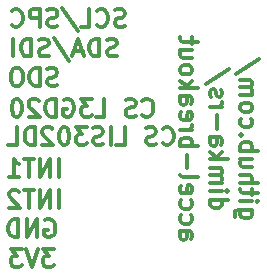
<source format=gbo>
G04 #@! TF.GenerationSoftware,KiCad,Pcbnew,5.0.0-rc1-44a33f2~62~ubuntu16.04.1*
G04 #@! TF.CreationDate,2018-04-05T21:06:55+03:00*
G04 #@! TF.ProjectId,accel-breakout,616363656C2D627265616B6F75742E6B,rev?*
G04 #@! TF.SameCoordinates,Original*
G04 #@! TF.FileFunction,Legend,Bot*
G04 #@! TF.FilePolarity,Positive*
%FSLAX46Y46*%
G04 Gerber Fmt 4.6, Leading zero omitted, Abs format (unit mm)*
G04 Created by KiCad (PCBNEW 5.0.0-rc1-44a33f2~62~ubuntu16.04.1) date Thu Apr  5 21:06:55 2018*
%MOMM*%
%LPD*%
G01*
G04 APERTURE LIST*
%ADD10C,0.300000*%
G04 APERTURE END LIST*
D10*
X134657142Y-100278571D02*
X133728571Y-100278571D01*
X134228571Y-100850000D01*
X134014285Y-100850000D01*
X133871428Y-100921428D01*
X133800000Y-100992857D01*
X133728571Y-101135714D01*
X133728571Y-101492857D01*
X133800000Y-101635714D01*
X133871428Y-101707142D01*
X134014285Y-101778571D01*
X134442857Y-101778571D01*
X134585714Y-101707142D01*
X134657142Y-101635714D01*
X133300000Y-100278571D02*
X132800000Y-101778571D01*
X132300000Y-100278571D01*
X131942857Y-100278571D02*
X131014285Y-100278571D01*
X131514285Y-100850000D01*
X131300000Y-100850000D01*
X131157142Y-100921428D01*
X131085714Y-100992857D01*
X131014285Y-101135714D01*
X131014285Y-101492857D01*
X131085714Y-101635714D01*
X131157142Y-101707142D01*
X131300000Y-101778571D01*
X131728571Y-101778571D01*
X131871428Y-101707142D01*
X131942857Y-101635714D01*
X133942857Y-97850000D02*
X134085714Y-97778571D01*
X134300000Y-97778571D01*
X134514285Y-97850000D01*
X134657142Y-97992857D01*
X134728571Y-98135714D01*
X134800000Y-98421428D01*
X134800000Y-98635714D01*
X134728571Y-98921428D01*
X134657142Y-99064285D01*
X134514285Y-99207142D01*
X134300000Y-99278571D01*
X134157142Y-99278571D01*
X133942857Y-99207142D01*
X133871428Y-99135714D01*
X133871428Y-98635714D01*
X134157142Y-98635714D01*
X133228571Y-99278571D02*
X133228571Y-97778571D01*
X132371428Y-99278571D01*
X132371428Y-97778571D01*
X131657142Y-99278571D02*
X131657142Y-97778571D01*
X131300000Y-97778571D01*
X131085714Y-97850000D01*
X130942857Y-97992857D01*
X130871428Y-98135714D01*
X130800000Y-98421428D01*
X130800000Y-98635714D01*
X130871428Y-98921428D01*
X130942857Y-99064285D01*
X131085714Y-99207142D01*
X131300000Y-99278571D01*
X131657142Y-99278571D01*
X135071428Y-96778571D02*
X135071428Y-95278571D01*
X134357142Y-96778571D02*
X134357142Y-95278571D01*
X133500000Y-96778571D01*
X133500000Y-95278571D01*
X133000000Y-95278571D02*
X132142857Y-95278571D01*
X132571428Y-96778571D02*
X132571428Y-95278571D01*
X131714285Y-95421428D02*
X131642857Y-95350000D01*
X131500000Y-95278571D01*
X131142857Y-95278571D01*
X131000000Y-95350000D01*
X130928571Y-95421428D01*
X130857142Y-95564285D01*
X130857142Y-95707142D01*
X130928571Y-95921428D01*
X131785714Y-96778571D01*
X130857142Y-96778571D01*
X135071428Y-94178571D02*
X135071428Y-92678571D01*
X134357142Y-94178571D02*
X134357142Y-92678571D01*
X133500000Y-94178571D01*
X133500000Y-92678571D01*
X133000000Y-92678571D02*
X132142857Y-92678571D01*
X132571428Y-94178571D02*
X132571428Y-92678571D01*
X130857142Y-94178571D02*
X131714285Y-94178571D01*
X131285714Y-94178571D02*
X131285714Y-92678571D01*
X131428571Y-92892857D01*
X131571428Y-93035714D01*
X131714285Y-93107142D01*
X143900000Y-91335714D02*
X143971428Y-91407142D01*
X144185714Y-91478571D01*
X144328571Y-91478571D01*
X144542857Y-91407142D01*
X144685714Y-91264285D01*
X144757142Y-91121428D01*
X144828571Y-90835714D01*
X144828571Y-90621428D01*
X144757142Y-90335714D01*
X144685714Y-90192857D01*
X144542857Y-90050000D01*
X144328571Y-89978571D01*
X144185714Y-89978571D01*
X143971428Y-90050000D01*
X143900000Y-90121428D01*
X143328571Y-91407142D02*
X143114285Y-91478571D01*
X142757142Y-91478571D01*
X142614285Y-91407142D01*
X142542857Y-91335714D01*
X142471428Y-91192857D01*
X142471428Y-91050000D01*
X142542857Y-90907142D01*
X142614285Y-90835714D01*
X142757142Y-90764285D01*
X143042857Y-90692857D01*
X143185714Y-90621428D01*
X143257142Y-90550000D01*
X143328571Y-90407142D01*
X143328571Y-90264285D01*
X143257142Y-90121428D01*
X143185714Y-90050000D01*
X143042857Y-89978571D01*
X142685714Y-89978571D01*
X142471428Y-90050000D01*
X139971428Y-91478571D02*
X140685714Y-91478571D01*
X140685714Y-89978571D01*
X139471428Y-91478571D02*
X139471428Y-89978571D01*
X138828571Y-91407142D02*
X138614285Y-91478571D01*
X138257142Y-91478571D01*
X138114285Y-91407142D01*
X138042857Y-91335714D01*
X137971428Y-91192857D01*
X137971428Y-91050000D01*
X138042857Y-90907142D01*
X138114285Y-90835714D01*
X138257142Y-90764285D01*
X138542857Y-90692857D01*
X138685714Y-90621428D01*
X138757142Y-90550000D01*
X138828571Y-90407142D01*
X138828571Y-90264285D01*
X138757142Y-90121428D01*
X138685714Y-90050000D01*
X138542857Y-89978571D01*
X138185714Y-89978571D01*
X137971428Y-90050000D01*
X137471428Y-89978571D02*
X136542857Y-89978571D01*
X137042857Y-90550000D01*
X136828571Y-90550000D01*
X136685714Y-90621428D01*
X136614285Y-90692857D01*
X136542857Y-90835714D01*
X136542857Y-91192857D01*
X136614285Y-91335714D01*
X136685714Y-91407142D01*
X136828571Y-91478571D01*
X137257142Y-91478571D01*
X137400000Y-91407142D01*
X137471428Y-91335714D01*
X135614285Y-89978571D02*
X135471428Y-89978571D01*
X135328571Y-90050000D01*
X135257142Y-90121428D01*
X135185714Y-90264285D01*
X135114285Y-90550000D01*
X135114285Y-90907142D01*
X135185714Y-91192857D01*
X135257142Y-91335714D01*
X135328571Y-91407142D01*
X135471428Y-91478571D01*
X135614285Y-91478571D01*
X135757142Y-91407142D01*
X135828571Y-91335714D01*
X135900000Y-91192857D01*
X135971428Y-90907142D01*
X135971428Y-90550000D01*
X135900000Y-90264285D01*
X135828571Y-90121428D01*
X135757142Y-90050000D01*
X135614285Y-89978571D01*
X134542857Y-90121428D02*
X134471428Y-90050000D01*
X134328571Y-89978571D01*
X133971428Y-89978571D01*
X133828571Y-90050000D01*
X133757142Y-90121428D01*
X133685714Y-90264285D01*
X133685714Y-90407142D01*
X133757142Y-90621428D01*
X134614285Y-91478571D01*
X133685714Y-91478571D01*
X133042857Y-91478571D02*
X133042857Y-89978571D01*
X132685714Y-89978571D01*
X132471428Y-90050000D01*
X132328571Y-90192857D01*
X132257142Y-90335714D01*
X132185714Y-90621428D01*
X132185714Y-90835714D01*
X132257142Y-91121428D01*
X132328571Y-91264285D01*
X132471428Y-91407142D01*
X132685714Y-91478571D01*
X133042857Y-91478571D01*
X130828571Y-91478571D02*
X131542857Y-91478571D01*
X131542857Y-89978571D01*
X142171428Y-88935714D02*
X142242857Y-89007142D01*
X142457142Y-89078571D01*
X142600000Y-89078571D01*
X142814285Y-89007142D01*
X142957142Y-88864285D01*
X143028571Y-88721428D01*
X143100000Y-88435714D01*
X143100000Y-88221428D01*
X143028571Y-87935714D01*
X142957142Y-87792857D01*
X142814285Y-87650000D01*
X142600000Y-87578571D01*
X142457142Y-87578571D01*
X142242857Y-87650000D01*
X142171428Y-87721428D01*
X141600000Y-89007142D02*
X141385714Y-89078571D01*
X141028571Y-89078571D01*
X140885714Y-89007142D01*
X140814285Y-88935714D01*
X140742857Y-88792857D01*
X140742857Y-88650000D01*
X140814285Y-88507142D01*
X140885714Y-88435714D01*
X141028571Y-88364285D01*
X141314285Y-88292857D01*
X141457142Y-88221428D01*
X141528571Y-88150000D01*
X141600000Y-88007142D01*
X141600000Y-87864285D01*
X141528571Y-87721428D01*
X141457142Y-87650000D01*
X141314285Y-87578571D01*
X140957142Y-87578571D01*
X140742857Y-87650000D01*
X138242857Y-89078571D02*
X138957142Y-89078571D01*
X138957142Y-87578571D01*
X137885714Y-87578571D02*
X136957142Y-87578571D01*
X137457142Y-88150000D01*
X137242857Y-88150000D01*
X137100000Y-88221428D01*
X137028571Y-88292857D01*
X136957142Y-88435714D01*
X136957142Y-88792857D01*
X137028571Y-88935714D01*
X137100000Y-89007142D01*
X137242857Y-89078571D01*
X137671428Y-89078571D01*
X137814285Y-89007142D01*
X137885714Y-88935714D01*
X135528571Y-87650000D02*
X135671428Y-87578571D01*
X135885714Y-87578571D01*
X136100000Y-87650000D01*
X136242857Y-87792857D01*
X136314285Y-87935714D01*
X136385714Y-88221428D01*
X136385714Y-88435714D01*
X136314285Y-88721428D01*
X136242857Y-88864285D01*
X136100000Y-89007142D01*
X135885714Y-89078571D01*
X135742857Y-89078571D01*
X135528571Y-89007142D01*
X135457142Y-88935714D01*
X135457142Y-88435714D01*
X135742857Y-88435714D01*
X134814285Y-89078571D02*
X134814285Y-87578571D01*
X134457142Y-87578571D01*
X134242857Y-87650000D01*
X134100000Y-87792857D01*
X134028571Y-87935714D01*
X133957142Y-88221428D01*
X133957142Y-88435714D01*
X134028571Y-88721428D01*
X134100000Y-88864285D01*
X134242857Y-89007142D01*
X134457142Y-89078571D01*
X134814285Y-89078571D01*
X133385714Y-87721428D02*
X133314285Y-87650000D01*
X133171428Y-87578571D01*
X132814285Y-87578571D01*
X132671428Y-87650000D01*
X132600000Y-87721428D01*
X132528571Y-87864285D01*
X132528571Y-88007142D01*
X132600000Y-88221428D01*
X133457142Y-89078571D01*
X132528571Y-89078571D01*
X131600000Y-87578571D02*
X131457142Y-87578571D01*
X131314285Y-87650000D01*
X131242857Y-87721428D01*
X131171428Y-87864285D01*
X131100000Y-88150000D01*
X131100000Y-88507142D01*
X131171428Y-88792857D01*
X131242857Y-88935714D01*
X131314285Y-89007142D01*
X131457142Y-89078571D01*
X131600000Y-89078571D01*
X131742857Y-89007142D01*
X131814285Y-88935714D01*
X131885714Y-88792857D01*
X131957142Y-88507142D01*
X131957142Y-88150000D01*
X131885714Y-87864285D01*
X131814285Y-87721428D01*
X131742857Y-87650000D01*
X131600000Y-87578571D01*
X134964285Y-86407142D02*
X134750000Y-86478571D01*
X134392857Y-86478571D01*
X134250000Y-86407142D01*
X134178571Y-86335714D01*
X134107142Y-86192857D01*
X134107142Y-86050000D01*
X134178571Y-85907142D01*
X134250000Y-85835714D01*
X134392857Y-85764285D01*
X134678571Y-85692857D01*
X134821428Y-85621428D01*
X134892857Y-85550000D01*
X134964285Y-85407142D01*
X134964285Y-85264285D01*
X134892857Y-85121428D01*
X134821428Y-85050000D01*
X134678571Y-84978571D01*
X134321428Y-84978571D01*
X134107142Y-85050000D01*
X133464285Y-86478571D02*
X133464285Y-84978571D01*
X133107142Y-84978571D01*
X132892857Y-85050000D01*
X132750000Y-85192857D01*
X132678571Y-85335714D01*
X132607142Y-85621428D01*
X132607142Y-85835714D01*
X132678571Y-86121428D01*
X132750000Y-86264285D01*
X132892857Y-86407142D01*
X133107142Y-86478571D01*
X133464285Y-86478571D01*
X131678571Y-84978571D02*
X131392857Y-84978571D01*
X131250000Y-85050000D01*
X131107142Y-85192857D01*
X131035714Y-85478571D01*
X131035714Y-85978571D01*
X131107142Y-86264285D01*
X131250000Y-86407142D01*
X131392857Y-86478571D01*
X131678571Y-86478571D01*
X131821428Y-86407142D01*
X131964285Y-86264285D01*
X132035714Y-85978571D01*
X132035714Y-85478571D01*
X131964285Y-85192857D01*
X131821428Y-85050000D01*
X131678571Y-84978571D01*
X140028571Y-83907142D02*
X139814285Y-83978571D01*
X139457142Y-83978571D01*
X139314285Y-83907142D01*
X139242857Y-83835714D01*
X139171428Y-83692857D01*
X139171428Y-83550000D01*
X139242857Y-83407142D01*
X139314285Y-83335714D01*
X139457142Y-83264285D01*
X139742857Y-83192857D01*
X139885714Y-83121428D01*
X139957142Y-83050000D01*
X140028571Y-82907142D01*
X140028571Y-82764285D01*
X139957142Y-82621428D01*
X139885714Y-82550000D01*
X139742857Y-82478571D01*
X139385714Y-82478571D01*
X139171428Y-82550000D01*
X138528571Y-83978571D02*
X138528571Y-82478571D01*
X138171428Y-82478571D01*
X137957142Y-82550000D01*
X137814285Y-82692857D01*
X137742857Y-82835714D01*
X137671428Y-83121428D01*
X137671428Y-83335714D01*
X137742857Y-83621428D01*
X137814285Y-83764285D01*
X137957142Y-83907142D01*
X138171428Y-83978571D01*
X138528571Y-83978571D01*
X137100000Y-83550000D02*
X136385714Y-83550000D01*
X137242857Y-83978571D02*
X136742857Y-82478571D01*
X136242857Y-83978571D01*
X134671428Y-82407142D02*
X135957142Y-84335714D01*
X134242857Y-83907142D02*
X134028571Y-83978571D01*
X133671428Y-83978571D01*
X133528571Y-83907142D01*
X133457142Y-83835714D01*
X133385714Y-83692857D01*
X133385714Y-83550000D01*
X133457142Y-83407142D01*
X133528571Y-83335714D01*
X133671428Y-83264285D01*
X133957142Y-83192857D01*
X134100000Y-83121428D01*
X134171428Y-83050000D01*
X134242857Y-82907142D01*
X134242857Y-82764285D01*
X134171428Y-82621428D01*
X134100000Y-82550000D01*
X133957142Y-82478571D01*
X133600000Y-82478571D01*
X133385714Y-82550000D01*
X132742857Y-83978571D02*
X132742857Y-82478571D01*
X132385714Y-82478571D01*
X132171428Y-82550000D01*
X132028571Y-82692857D01*
X131957142Y-82835714D01*
X131885714Y-83121428D01*
X131885714Y-83335714D01*
X131957142Y-83621428D01*
X132028571Y-83764285D01*
X132171428Y-83907142D01*
X132385714Y-83978571D01*
X132742857Y-83978571D01*
X131242857Y-83978571D02*
X131242857Y-82478571D01*
X140685714Y-81407142D02*
X140471428Y-81478571D01*
X140114285Y-81478571D01*
X139971428Y-81407142D01*
X139900000Y-81335714D01*
X139828571Y-81192857D01*
X139828571Y-81050000D01*
X139900000Y-80907142D01*
X139971428Y-80835714D01*
X140114285Y-80764285D01*
X140400000Y-80692857D01*
X140542857Y-80621428D01*
X140614285Y-80550000D01*
X140685714Y-80407142D01*
X140685714Y-80264285D01*
X140614285Y-80121428D01*
X140542857Y-80050000D01*
X140400000Y-79978571D01*
X140042857Y-79978571D01*
X139828571Y-80050000D01*
X138328571Y-81335714D02*
X138400000Y-81407142D01*
X138614285Y-81478571D01*
X138757142Y-81478571D01*
X138971428Y-81407142D01*
X139114285Y-81264285D01*
X139185714Y-81121428D01*
X139257142Y-80835714D01*
X139257142Y-80621428D01*
X139185714Y-80335714D01*
X139114285Y-80192857D01*
X138971428Y-80050000D01*
X138757142Y-79978571D01*
X138614285Y-79978571D01*
X138400000Y-80050000D01*
X138328571Y-80121428D01*
X136971428Y-81478571D02*
X137685714Y-81478571D01*
X137685714Y-79978571D01*
X135400000Y-79907142D02*
X136685714Y-81835714D01*
X134971428Y-81407142D02*
X134757142Y-81478571D01*
X134400000Y-81478571D01*
X134257142Y-81407142D01*
X134185714Y-81335714D01*
X134114285Y-81192857D01*
X134114285Y-81050000D01*
X134185714Y-80907142D01*
X134257142Y-80835714D01*
X134400000Y-80764285D01*
X134685714Y-80692857D01*
X134828571Y-80621428D01*
X134900000Y-80550000D01*
X134971428Y-80407142D01*
X134971428Y-80264285D01*
X134900000Y-80121428D01*
X134828571Y-80050000D01*
X134685714Y-79978571D01*
X134328571Y-79978571D01*
X134114285Y-80050000D01*
X133471428Y-81478571D02*
X133471428Y-79978571D01*
X132900000Y-79978571D01*
X132757142Y-80050000D01*
X132685714Y-80121428D01*
X132614285Y-80264285D01*
X132614285Y-80478571D01*
X132685714Y-80621428D01*
X132757142Y-80692857D01*
X132900000Y-80764285D01*
X133471428Y-80764285D01*
X131114285Y-81335714D02*
X131185714Y-81407142D01*
X131400000Y-81478571D01*
X131542857Y-81478571D01*
X131757142Y-81407142D01*
X131900000Y-81264285D01*
X131971428Y-81121428D01*
X132042857Y-80835714D01*
X132042857Y-80621428D01*
X131971428Y-80335714D01*
X131900000Y-80192857D01*
X131757142Y-80050000D01*
X131542857Y-79978571D01*
X131400000Y-79978571D01*
X131185714Y-80050000D01*
X131114285Y-80121428D01*
X151471428Y-96964285D02*
X150257142Y-96964285D01*
X150114285Y-97035714D01*
X150042857Y-97107142D01*
X149971428Y-97250000D01*
X149971428Y-97464285D01*
X150042857Y-97607142D01*
X150542857Y-96964285D02*
X150471428Y-97107142D01*
X150471428Y-97392857D01*
X150542857Y-97535714D01*
X150614285Y-97607142D01*
X150757142Y-97678571D01*
X151185714Y-97678571D01*
X151328571Y-97607142D01*
X151400000Y-97535714D01*
X151471428Y-97392857D01*
X151471428Y-97107142D01*
X151400000Y-96964285D01*
X150471428Y-96250000D02*
X151471428Y-96250000D01*
X151971428Y-96250000D02*
X151900000Y-96321428D01*
X151828571Y-96250000D01*
X151900000Y-96178571D01*
X151971428Y-96250000D01*
X151828571Y-96250000D01*
X151471428Y-95750000D02*
X151471428Y-95178571D01*
X151971428Y-95535714D02*
X150685714Y-95535714D01*
X150542857Y-95464285D01*
X150471428Y-95321428D01*
X150471428Y-95178571D01*
X150471428Y-94678571D02*
X151971428Y-94678571D01*
X150471428Y-94035714D02*
X151257142Y-94035714D01*
X151400000Y-94107142D01*
X151471428Y-94250000D01*
X151471428Y-94464285D01*
X151400000Y-94607142D01*
X151328571Y-94678571D01*
X151471428Y-92678571D02*
X150471428Y-92678571D01*
X151471428Y-93321428D02*
X150685714Y-93321428D01*
X150542857Y-93250000D01*
X150471428Y-93107142D01*
X150471428Y-92892857D01*
X150542857Y-92750000D01*
X150614285Y-92678571D01*
X150471428Y-91964285D02*
X151971428Y-91964285D01*
X151400000Y-91964285D02*
X151471428Y-91821428D01*
X151471428Y-91535714D01*
X151400000Y-91392857D01*
X151328571Y-91321428D01*
X151185714Y-91250000D01*
X150757142Y-91250000D01*
X150614285Y-91321428D01*
X150542857Y-91392857D01*
X150471428Y-91535714D01*
X150471428Y-91821428D01*
X150542857Y-91964285D01*
X150614285Y-90607142D02*
X150542857Y-90535714D01*
X150471428Y-90607142D01*
X150542857Y-90678571D01*
X150614285Y-90607142D01*
X150471428Y-90607142D01*
X150542857Y-89250000D02*
X150471428Y-89392857D01*
X150471428Y-89678571D01*
X150542857Y-89821428D01*
X150614285Y-89892857D01*
X150757142Y-89964285D01*
X151185714Y-89964285D01*
X151328571Y-89892857D01*
X151400000Y-89821428D01*
X151471428Y-89678571D01*
X151471428Y-89392857D01*
X151400000Y-89250000D01*
X150471428Y-88392857D02*
X150542857Y-88535714D01*
X150614285Y-88607142D01*
X150757142Y-88678571D01*
X151185714Y-88678571D01*
X151328571Y-88607142D01*
X151400000Y-88535714D01*
X151471428Y-88392857D01*
X151471428Y-88178571D01*
X151400000Y-88035714D01*
X151328571Y-87964285D01*
X151185714Y-87892857D01*
X150757142Y-87892857D01*
X150614285Y-87964285D01*
X150542857Y-88035714D01*
X150471428Y-88178571D01*
X150471428Y-88392857D01*
X150471428Y-87250000D02*
X151471428Y-87250000D01*
X151328571Y-87250000D02*
X151400000Y-87178571D01*
X151471428Y-87035714D01*
X151471428Y-86821428D01*
X151400000Y-86678571D01*
X151257142Y-86607142D01*
X150471428Y-86607142D01*
X151257142Y-86607142D02*
X151400000Y-86535714D01*
X151471428Y-86392857D01*
X151471428Y-86178571D01*
X151400000Y-86035714D01*
X151257142Y-85964285D01*
X150471428Y-85964285D01*
X152042857Y-84178571D02*
X150114285Y-85464285D01*
X147921428Y-96107142D02*
X149421428Y-96107142D01*
X147992857Y-96107142D02*
X147921428Y-96250000D01*
X147921428Y-96535714D01*
X147992857Y-96678571D01*
X148064285Y-96750000D01*
X148207142Y-96821428D01*
X148635714Y-96821428D01*
X148778571Y-96750000D01*
X148850000Y-96678571D01*
X148921428Y-96535714D01*
X148921428Y-96250000D01*
X148850000Y-96107142D01*
X147921428Y-95392857D02*
X148921428Y-95392857D01*
X149421428Y-95392857D02*
X149350000Y-95464285D01*
X149278571Y-95392857D01*
X149350000Y-95321428D01*
X149421428Y-95392857D01*
X149278571Y-95392857D01*
X147921428Y-94678571D02*
X148921428Y-94678571D01*
X148778571Y-94678571D02*
X148850000Y-94607142D01*
X148921428Y-94464285D01*
X148921428Y-94250000D01*
X148850000Y-94107142D01*
X148707142Y-94035714D01*
X147921428Y-94035714D01*
X148707142Y-94035714D02*
X148850000Y-93964285D01*
X148921428Y-93821428D01*
X148921428Y-93607142D01*
X148850000Y-93464285D01*
X148707142Y-93392857D01*
X147921428Y-93392857D01*
X147921428Y-92678571D02*
X149421428Y-92678571D01*
X148492857Y-92535714D02*
X147921428Y-92107142D01*
X148921428Y-92107142D02*
X148350000Y-92678571D01*
X147921428Y-90821428D02*
X148707142Y-90821428D01*
X148850000Y-90892857D01*
X148921428Y-91035714D01*
X148921428Y-91321428D01*
X148850000Y-91464285D01*
X147992857Y-90821428D02*
X147921428Y-90964285D01*
X147921428Y-91321428D01*
X147992857Y-91464285D01*
X148135714Y-91535714D01*
X148278571Y-91535714D01*
X148421428Y-91464285D01*
X148492857Y-91321428D01*
X148492857Y-90964285D01*
X148564285Y-90821428D01*
X148492857Y-90107142D02*
X148492857Y-88964285D01*
X147921428Y-88250000D02*
X148921428Y-88250000D01*
X148635714Y-88250000D02*
X148778571Y-88178571D01*
X148850000Y-88107142D01*
X148921428Y-87964285D01*
X148921428Y-87821428D01*
X147992857Y-87392857D02*
X147921428Y-87250000D01*
X147921428Y-86964285D01*
X147992857Y-86821428D01*
X148135714Y-86750000D01*
X148207142Y-86750000D01*
X148350000Y-86821428D01*
X148421428Y-86964285D01*
X148421428Y-87178571D01*
X148492857Y-87321428D01*
X148635714Y-87392857D01*
X148707142Y-87392857D01*
X148850000Y-87321428D01*
X148921428Y-87178571D01*
X148921428Y-86964285D01*
X148850000Y-86821428D01*
X149492857Y-85035714D02*
X147564285Y-86321428D01*
X145371428Y-98785714D02*
X146157142Y-98785714D01*
X146300000Y-98857142D01*
X146371428Y-99000000D01*
X146371428Y-99285714D01*
X146300000Y-99428571D01*
X145442857Y-98785714D02*
X145371428Y-98928571D01*
X145371428Y-99285714D01*
X145442857Y-99428571D01*
X145585714Y-99500000D01*
X145728571Y-99500000D01*
X145871428Y-99428571D01*
X145942857Y-99285714D01*
X145942857Y-98928571D01*
X146014285Y-98785714D01*
X145442857Y-97428571D02*
X145371428Y-97571428D01*
X145371428Y-97857142D01*
X145442857Y-98000000D01*
X145514285Y-98071428D01*
X145657142Y-98142857D01*
X146085714Y-98142857D01*
X146228571Y-98071428D01*
X146300000Y-98000000D01*
X146371428Y-97857142D01*
X146371428Y-97571428D01*
X146300000Y-97428571D01*
X145442857Y-96142857D02*
X145371428Y-96285714D01*
X145371428Y-96571428D01*
X145442857Y-96714285D01*
X145514285Y-96785714D01*
X145657142Y-96857142D01*
X146085714Y-96857142D01*
X146228571Y-96785714D01*
X146300000Y-96714285D01*
X146371428Y-96571428D01*
X146371428Y-96285714D01*
X146300000Y-96142857D01*
X145442857Y-94928571D02*
X145371428Y-95071428D01*
X145371428Y-95357142D01*
X145442857Y-95500000D01*
X145585714Y-95571428D01*
X146157142Y-95571428D01*
X146300000Y-95500000D01*
X146371428Y-95357142D01*
X146371428Y-95071428D01*
X146300000Y-94928571D01*
X146157142Y-94857142D01*
X146014285Y-94857142D01*
X145871428Y-95571428D01*
X145371428Y-94000000D02*
X145442857Y-94142857D01*
X145585714Y-94214285D01*
X146871428Y-94214285D01*
X145942857Y-93428571D02*
X145942857Y-92285714D01*
X145371428Y-91571428D02*
X146871428Y-91571428D01*
X146300000Y-91571428D02*
X146371428Y-91428571D01*
X146371428Y-91142857D01*
X146300000Y-91000000D01*
X146228571Y-90928571D01*
X146085714Y-90857142D01*
X145657142Y-90857142D01*
X145514285Y-90928571D01*
X145442857Y-91000000D01*
X145371428Y-91142857D01*
X145371428Y-91428571D01*
X145442857Y-91571428D01*
X145371428Y-90214285D02*
X146371428Y-90214285D01*
X146085714Y-90214285D02*
X146228571Y-90142857D01*
X146300000Y-90071428D01*
X146371428Y-89928571D01*
X146371428Y-89785714D01*
X145442857Y-88714285D02*
X145371428Y-88857142D01*
X145371428Y-89142857D01*
X145442857Y-89285714D01*
X145585714Y-89357142D01*
X146157142Y-89357142D01*
X146300000Y-89285714D01*
X146371428Y-89142857D01*
X146371428Y-88857142D01*
X146300000Y-88714285D01*
X146157142Y-88642857D01*
X146014285Y-88642857D01*
X145871428Y-89357142D01*
X145371428Y-87357142D02*
X146157142Y-87357142D01*
X146300000Y-87428571D01*
X146371428Y-87571428D01*
X146371428Y-87857142D01*
X146300000Y-88000000D01*
X145442857Y-87357142D02*
X145371428Y-87500000D01*
X145371428Y-87857142D01*
X145442857Y-88000000D01*
X145585714Y-88071428D01*
X145728571Y-88071428D01*
X145871428Y-88000000D01*
X145942857Y-87857142D01*
X145942857Y-87500000D01*
X146014285Y-87357142D01*
X145371428Y-86642857D02*
X146871428Y-86642857D01*
X145942857Y-86500000D02*
X145371428Y-86071428D01*
X146371428Y-86071428D02*
X145800000Y-86642857D01*
X145371428Y-85214285D02*
X145442857Y-85357142D01*
X145514285Y-85428571D01*
X145657142Y-85500000D01*
X146085714Y-85500000D01*
X146228571Y-85428571D01*
X146300000Y-85357142D01*
X146371428Y-85214285D01*
X146371428Y-85000000D01*
X146300000Y-84857142D01*
X146228571Y-84785714D01*
X146085714Y-84714285D01*
X145657142Y-84714285D01*
X145514285Y-84785714D01*
X145442857Y-84857142D01*
X145371428Y-85000000D01*
X145371428Y-85214285D01*
X146371428Y-83428571D02*
X145371428Y-83428571D01*
X146371428Y-84071428D02*
X145585714Y-84071428D01*
X145442857Y-84000000D01*
X145371428Y-83857142D01*
X145371428Y-83642857D01*
X145442857Y-83500000D01*
X145514285Y-83428571D01*
X146371428Y-82928571D02*
X146371428Y-82357142D01*
X146871428Y-82714285D02*
X145585714Y-82714285D01*
X145442857Y-82642857D01*
X145371428Y-82500000D01*
X145371428Y-82357142D01*
M02*

</source>
